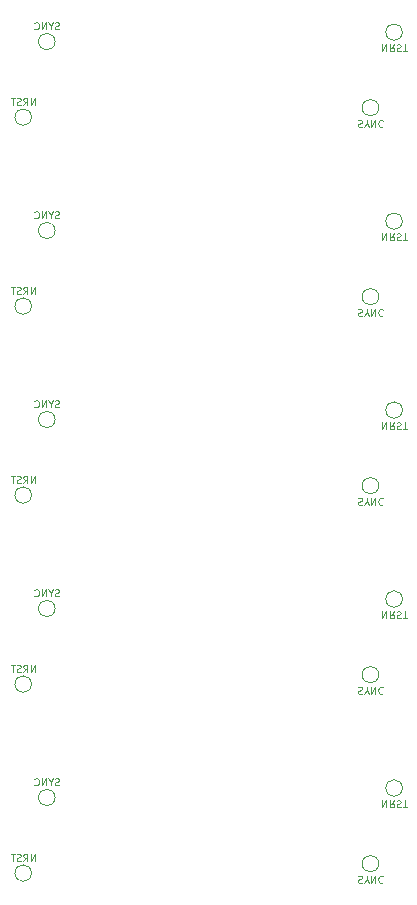
<source format=gbr>
%TF.GenerationSoftware,KiCad,Pcbnew,(5.99.0-10613-g4d227d2d2b)*%
%TF.CreationDate,2021-05-26T08:20:36+03:00*%
%TF.ProjectId,stm32_ds2480_emu_panel,73746d33-325f-4647-9332-3438305f656d,rev?*%
%TF.SameCoordinates,Original*%
%TF.FileFunction,Legend,Bot*%
%TF.FilePolarity,Positive*%
%FSLAX46Y46*%
G04 Gerber Fmt 4.6, Leading zero omitted, Abs format (unit mm)*
G04 Created by KiCad (PCBNEW (5.99.0-10613-g4d227d2d2b)) date 2021-05-26 08:20:36*
%MOMM*%
%LPD*%
G01*
G04 APERTURE LIST*
%ADD10C,0.100000*%
%ADD11C,0.120000*%
G04 APERTURE END LIST*
D10*
%TO.C,TP1*%
X80157151Y-101857166D02*
X80242866Y-101828595D01*
X80385723Y-101828595D01*
X80442866Y-101857166D01*
X80471437Y-101885738D01*
X80500009Y-101942881D01*
X80500009Y-102000024D01*
X80471437Y-102057166D01*
X80442866Y-102085738D01*
X80385723Y-102114309D01*
X80271437Y-102142881D01*
X80214294Y-102171452D01*
X80185723Y-102200024D01*
X80157151Y-102257166D01*
X80157151Y-102314309D01*
X80185723Y-102371452D01*
X80214294Y-102400024D01*
X80271437Y-102428595D01*
X80414294Y-102428595D01*
X80500009Y-102400024D01*
X80871437Y-102114309D02*
X80871437Y-101828595D01*
X80671437Y-102428595D02*
X80871437Y-102114309D01*
X81071437Y-102428595D01*
X81271437Y-101828595D02*
X81271437Y-102428595D01*
X81614294Y-101828595D01*
X81614294Y-102428595D01*
X82242866Y-101885738D02*
X82214294Y-101857166D01*
X82128580Y-101828595D01*
X82071437Y-101828595D01*
X81985723Y-101857166D01*
X81928580Y-101914309D01*
X81900009Y-101971452D01*
X81871437Y-102085738D01*
X81871437Y-102171452D01*
X81900009Y-102285738D01*
X81928580Y-102342881D01*
X81985723Y-102400024D01*
X82071437Y-102428595D01*
X82128580Y-102428595D01*
X82214294Y-102400024D01*
X82242866Y-102371452D01*
X80157151Y-85857159D02*
X80242866Y-85828588D01*
X80385723Y-85828588D01*
X80442866Y-85857159D01*
X80471437Y-85885731D01*
X80500009Y-85942874D01*
X80500009Y-86000017D01*
X80471437Y-86057159D01*
X80442866Y-86085731D01*
X80385723Y-86114302D01*
X80271437Y-86142874D01*
X80214294Y-86171445D01*
X80185723Y-86200017D01*
X80157151Y-86257159D01*
X80157151Y-86314302D01*
X80185723Y-86371445D01*
X80214294Y-86400017D01*
X80271437Y-86428588D01*
X80414294Y-86428588D01*
X80500009Y-86400017D01*
X80871437Y-86114302D02*
X80871437Y-85828588D01*
X80671437Y-86428588D02*
X80871437Y-86114302D01*
X81071437Y-86428588D01*
X81271437Y-85828588D02*
X81271437Y-86428588D01*
X81614294Y-85828588D01*
X81614294Y-86428588D01*
X82242866Y-85885731D02*
X82214294Y-85857159D01*
X82128580Y-85828588D01*
X82071437Y-85828588D01*
X81985723Y-85857159D01*
X81928580Y-85914302D01*
X81900009Y-85971445D01*
X81871437Y-86085731D01*
X81871437Y-86171445D01*
X81900009Y-86285731D01*
X81928580Y-86342874D01*
X81985723Y-86400017D01*
X82071437Y-86428588D01*
X82128580Y-86428588D01*
X82214294Y-86400017D01*
X82242866Y-86371445D01*
X54842854Y-94142875D02*
X54757139Y-94171446D01*
X54614282Y-94171446D01*
X54557139Y-94142875D01*
X54528568Y-94114303D01*
X54499997Y-94057160D01*
X54499997Y-94000018D01*
X54528568Y-93942875D01*
X54557139Y-93914303D01*
X54614282Y-93885732D01*
X54728568Y-93857160D01*
X54785711Y-93828589D01*
X54814282Y-93800018D01*
X54842854Y-93742875D01*
X54842854Y-93685732D01*
X54814282Y-93628589D01*
X54785711Y-93600018D01*
X54728568Y-93571446D01*
X54585711Y-93571446D01*
X54499997Y-93600018D01*
X54128568Y-93885732D02*
X54128568Y-94171446D01*
X54328568Y-93571446D02*
X54128568Y-93885732D01*
X53928568Y-93571446D01*
X53728568Y-94171446D02*
X53728568Y-93571446D01*
X53385711Y-94171446D01*
X53385711Y-93571446D01*
X52757139Y-94114303D02*
X52785711Y-94142875D01*
X52871425Y-94171446D01*
X52928568Y-94171446D01*
X53014282Y-94142875D01*
X53071425Y-94085732D01*
X53099997Y-94028589D01*
X53128568Y-93914303D01*
X53128568Y-93828589D01*
X53099997Y-93714303D01*
X53071425Y-93657160D01*
X53014282Y-93600018D01*
X52928568Y-93571446D01*
X52871425Y-93571446D01*
X52785711Y-93600018D01*
X52757139Y-93628589D01*
X54842854Y-62142861D02*
X54757139Y-62171432D01*
X54614282Y-62171432D01*
X54557139Y-62142861D01*
X54528568Y-62114289D01*
X54499997Y-62057146D01*
X54499997Y-62000004D01*
X54528568Y-61942861D01*
X54557139Y-61914289D01*
X54614282Y-61885718D01*
X54728568Y-61857146D01*
X54785711Y-61828575D01*
X54814282Y-61800004D01*
X54842854Y-61742861D01*
X54842854Y-61685718D01*
X54814282Y-61628575D01*
X54785711Y-61600004D01*
X54728568Y-61571432D01*
X54585711Y-61571432D01*
X54499997Y-61600004D01*
X54128568Y-61885718D02*
X54128568Y-62171432D01*
X54328568Y-61571432D02*
X54128568Y-61885718D01*
X53928568Y-61571432D01*
X53728568Y-62171432D02*
X53728568Y-61571432D01*
X53385711Y-62171432D01*
X53385711Y-61571432D01*
X52757139Y-62114289D02*
X52785711Y-62142861D01*
X52871425Y-62171432D01*
X52928568Y-62171432D01*
X53014282Y-62142861D01*
X53071425Y-62085718D01*
X53099997Y-62028575D01*
X53128568Y-61914289D01*
X53128568Y-61828575D01*
X53099997Y-61714289D01*
X53071425Y-61657146D01*
X53014282Y-61600004D01*
X52928568Y-61571432D01*
X52871425Y-61571432D01*
X52785711Y-61600004D01*
X52757139Y-61628575D01*
X80157151Y-69857152D02*
X80242866Y-69828581D01*
X80385723Y-69828581D01*
X80442866Y-69857152D01*
X80471437Y-69885724D01*
X80500009Y-69942867D01*
X80500009Y-70000010D01*
X80471437Y-70057152D01*
X80442866Y-70085724D01*
X80385723Y-70114295D01*
X80271437Y-70142867D01*
X80214294Y-70171438D01*
X80185723Y-70200010D01*
X80157151Y-70257152D01*
X80157151Y-70314295D01*
X80185723Y-70371438D01*
X80214294Y-70400010D01*
X80271437Y-70428581D01*
X80414294Y-70428581D01*
X80500009Y-70400010D01*
X80871437Y-70114295D02*
X80871437Y-69828581D01*
X80671437Y-70428581D02*
X80871437Y-70114295D01*
X81071437Y-70428581D01*
X81271437Y-69828581D02*
X81271437Y-70428581D01*
X81614294Y-69828581D01*
X81614294Y-70428581D01*
X82242866Y-69885724D02*
X82214294Y-69857152D01*
X82128580Y-69828581D01*
X82071437Y-69828581D01*
X81985723Y-69857152D01*
X81928580Y-69914295D01*
X81900009Y-69971438D01*
X81871437Y-70085724D01*
X81871437Y-70171438D01*
X81900009Y-70285724D01*
X81928580Y-70342867D01*
X81985723Y-70400010D01*
X82071437Y-70428581D01*
X82128580Y-70428581D01*
X82214294Y-70400010D01*
X82242866Y-70371438D01*
%TO.C,TP2*%
X52785711Y-84571439D02*
X52785711Y-83971439D01*
X52442854Y-84571439D01*
X52442854Y-83971439D01*
X51814282Y-84571439D02*
X52014282Y-84285725D01*
X52157139Y-84571439D02*
X52157139Y-83971439D01*
X51928568Y-83971439D01*
X51871425Y-84000011D01*
X51842854Y-84028582D01*
X51814282Y-84085725D01*
X51814282Y-84171439D01*
X51842854Y-84228582D01*
X51871425Y-84257153D01*
X51928568Y-84285725D01*
X52157139Y-84285725D01*
X51585711Y-84542868D02*
X51499997Y-84571439D01*
X51357139Y-84571439D01*
X51299997Y-84542868D01*
X51271425Y-84514296D01*
X51242854Y-84457153D01*
X51242854Y-84400011D01*
X51271425Y-84342868D01*
X51299997Y-84314296D01*
X51357139Y-84285725D01*
X51471425Y-84257153D01*
X51528568Y-84228582D01*
X51557139Y-84200011D01*
X51585711Y-84142868D01*
X51585711Y-84085725D01*
X51557139Y-84028582D01*
X51528568Y-84000011D01*
X51471425Y-83971439D01*
X51328568Y-83971439D01*
X51242854Y-84000011D01*
X51071425Y-83971439D02*
X50728568Y-83971439D01*
X50899997Y-84571439D02*
X50899997Y-83971439D01*
%TO.C,TP1*%
X54842854Y-110142882D02*
X54757139Y-110171453D01*
X54614282Y-110171453D01*
X54557139Y-110142882D01*
X54528568Y-110114310D01*
X54499997Y-110057167D01*
X54499997Y-110000025D01*
X54528568Y-109942882D01*
X54557139Y-109914310D01*
X54614282Y-109885739D01*
X54728568Y-109857167D01*
X54785711Y-109828596D01*
X54814282Y-109800025D01*
X54842854Y-109742882D01*
X54842854Y-109685739D01*
X54814282Y-109628596D01*
X54785711Y-109600025D01*
X54728568Y-109571453D01*
X54585711Y-109571453D01*
X54499997Y-109600025D01*
X54128568Y-109885739D02*
X54128568Y-110171453D01*
X54328568Y-109571453D02*
X54128568Y-109885739D01*
X53928568Y-109571453D01*
X53728568Y-110171453D02*
X53728568Y-109571453D01*
X53385711Y-110171453D01*
X53385711Y-109571453D01*
X52757139Y-110114310D02*
X52785711Y-110142882D01*
X52871425Y-110171453D01*
X52928568Y-110171453D01*
X53014282Y-110142882D01*
X53071425Y-110085739D01*
X53099997Y-110028596D01*
X53128568Y-109914310D01*
X53128568Y-109828596D01*
X53099997Y-109714310D01*
X53071425Y-109657167D01*
X53014282Y-109600025D01*
X52928568Y-109571453D01*
X52871425Y-109571453D01*
X52785711Y-109600025D01*
X52757139Y-109628596D01*
%TO.C,TP2*%
X82214294Y-47428574D02*
X82214294Y-48028574D01*
X82557151Y-47428574D01*
X82557151Y-48028574D01*
X83185723Y-47428574D02*
X82985723Y-47714288D01*
X82842866Y-47428574D02*
X82842866Y-48028574D01*
X83071437Y-48028574D01*
X83128580Y-48000003D01*
X83157151Y-47971431D01*
X83185723Y-47914288D01*
X83185723Y-47828574D01*
X83157151Y-47771431D01*
X83128580Y-47742860D01*
X83071437Y-47714288D01*
X82842866Y-47714288D01*
X83414294Y-47457145D02*
X83500009Y-47428574D01*
X83642866Y-47428574D01*
X83700009Y-47457145D01*
X83728580Y-47485717D01*
X83757151Y-47542860D01*
X83757151Y-47600003D01*
X83728580Y-47657145D01*
X83700009Y-47685717D01*
X83642866Y-47714288D01*
X83528580Y-47742860D01*
X83471437Y-47771431D01*
X83442866Y-47800003D01*
X83414294Y-47857145D01*
X83414294Y-47914288D01*
X83442866Y-47971431D01*
X83471437Y-48000003D01*
X83528580Y-48028574D01*
X83671437Y-48028574D01*
X83757151Y-48000003D01*
X83928580Y-48028574D02*
X84271437Y-48028574D01*
X84100009Y-47428574D02*
X84100009Y-48028574D01*
X52785711Y-52571425D02*
X52785711Y-51971425D01*
X52442854Y-52571425D01*
X52442854Y-51971425D01*
X51814282Y-52571425D02*
X52014282Y-52285711D01*
X52157139Y-52571425D02*
X52157139Y-51971425D01*
X51928568Y-51971425D01*
X51871425Y-51999997D01*
X51842854Y-52028568D01*
X51814282Y-52085711D01*
X51814282Y-52171425D01*
X51842854Y-52228568D01*
X51871425Y-52257139D01*
X51928568Y-52285711D01*
X52157139Y-52285711D01*
X51585711Y-52542854D02*
X51499997Y-52571425D01*
X51357139Y-52571425D01*
X51299997Y-52542854D01*
X51271425Y-52514282D01*
X51242854Y-52457139D01*
X51242854Y-52399997D01*
X51271425Y-52342854D01*
X51299997Y-52314282D01*
X51357139Y-52285711D01*
X51471425Y-52257139D01*
X51528568Y-52228568D01*
X51557139Y-52199997D01*
X51585711Y-52142854D01*
X51585711Y-52085711D01*
X51557139Y-52028568D01*
X51528568Y-51999997D01*
X51471425Y-51971425D01*
X51328568Y-51971425D01*
X51242854Y-51999997D01*
X51071425Y-51971425D02*
X50728568Y-51971425D01*
X50899997Y-52571425D02*
X50899997Y-51971425D01*
%TO.C,TP1*%
X80157151Y-117857173D02*
X80242866Y-117828602D01*
X80385723Y-117828602D01*
X80442866Y-117857173D01*
X80471437Y-117885745D01*
X80500009Y-117942888D01*
X80500009Y-118000031D01*
X80471437Y-118057173D01*
X80442866Y-118085745D01*
X80385723Y-118114316D01*
X80271437Y-118142888D01*
X80214294Y-118171459D01*
X80185723Y-118200031D01*
X80157151Y-118257173D01*
X80157151Y-118314316D01*
X80185723Y-118371459D01*
X80214294Y-118400031D01*
X80271437Y-118428602D01*
X80414294Y-118428602D01*
X80500009Y-118400031D01*
X80871437Y-118114316D02*
X80871437Y-117828602D01*
X80671437Y-118428602D02*
X80871437Y-118114316D01*
X81071437Y-118428602D01*
X81271437Y-117828602D02*
X81271437Y-118428602D01*
X81614294Y-117828602D01*
X81614294Y-118428602D01*
X82242866Y-117885745D02*
X82214294Y-117857173D01*
X82128580Y-117828602D01*
X82071437Y-117828602D01*
X81985723Y-117857173D01*
X81928580Y-117914316D01*
X81900009Y-117971459D01*
X81871437Y-118085745D01*
X81871437Y-118171459D01*
X81900009Y-118285745D01*
X81928580Y-118342888D01*
X81985723Y-118400031D01*
X82071437Y-118428602D01*
X82128580Y-118428602D01*
X82214294Y-118400031D01*
X82242866Y-118371459D01*
X80157151Y-53857145D02*
X80242866Y-53828574D01*
X80385723Y-53828574D01*
X80442866Y-53857145D01*
X80471437Y-53885717D01*
X80500009Y-53942860D01*
X80500009Y-54000003D01*
X80471437Y-54057145D01*
X80442866Y-54085717D01*
X80385723Y-54114288D01*
X80271437Y-54142860D01*
X80214294Y-54171431D01*
X80185723Y-54200003D01*
X80157151Y-54257145D01*
X80157151Y-54314288D01*
X80185723Y-54371431D01*
X80214294Y-54400003D01*
X80271437Y-54428574D01*
X80414294Y-54428574D01*
X80500009Y-54400003D01*
X80871437Y-54114288D02*
X80871437Y-53828574D01*
X80671437Y-54428574D02*
X80871437Y-54114288D01*
X81071437Y-54428574D01*
X81271437Y-53828574D02*
X81271437Y-54428574D01*
X81614294Y-53828574D01*
X81614294Y-54428574D01*
X82242866Y-53885717D02*
X82214294Y-53857145D01*
X82128580Y-53828574D01*
X82071437Y-53828574D01*
X81985723Y-53857145D01*
X81928580Y-53914288D01*
X81900009Y-53971431D01*
X81871437Y-54085717D01*
X81871437Y-54171431D01*
X81900009Y-54285717D01*
X81928580Y-54342860D01*
X81985723Y-54400003D01*
X82071437Y-54428574D01*
X82128580Y-54428574D01*
X82214294Y-54400003D01*
X82242866Y-54371431D01*
%TO.C,TP2*%
X82214294Y-63428581D02*
X82214294Y-64028581D01*
X82557151Y-63428581D01*
X82557151Y-64028581D01*
X83185723Y-63428581D02*
X82985723Y-63714295D01*
X82842866Y-63428581D02*
X82842866Y-64028581D01*
X83071437Y-64028581D01*
X83128580Y-64000010D01*
X83157151Y-63971438D01*
X83185723Y-63914295D01*
X83185723Y-63828581D01*
X83157151Y-63771438D01*
X83128580Y-63742867D01*
X83071437Y-63714295D01*
X82842866Y-63714295D01*
X83414294Y-63457152D02*
X83500009Y-63428581D01*
X83642866Y-63428581D01*
X83700009Y-63457152D01*
X83728580Y-63485724D01*
X83757151Y-63542867D01*
X83757151Y-63600010D01*
X83728580Y-63657152D01*
X83700009Y-63685724D01*
X83642866Y-63714295D01*
X83528580Y-63742867D01*
X83471437Y-63771438D01*
X83442866Y-63800010D01*
X83414294Y-63857152D01*
X83414294Y-63914295D01*
X83442866Y-63971438D01*
X83471437Y-64000010D01*
X83528580Y-64028581D01*
X83671437Y-64028581D01*
X83757151Y-64000010D01*
X83928580Y-64028581D02*
X84271437Y-64028581D01*
X84100009Y-63428581D02*
X84100009Y-64028581D01*
X52785711Y-68571432D02*
X52785711Y-67971432D01*
X52442854Y-68571432D01*
X52442854Y-67971432D01*
X51814282Y-68571432D02*
X52014282Y-68285718D01*
X52157139Y-68571432D02*
X52157139Y-67971432D01*
X51928568Y-67971432D01*
X51871425Y-68000004D01*
X51842854Y-68028575D01*
X51814282Y-68085718D01*
X51814282Y-68171432D01*
X51842854Y-68228575D01*
X51871425Y-68257146D01*
X51928568Y-68285718D01*
X52157139Y-68285718D01*
X51585711Y-68542861D02*
X51499997Y-68571432D01*
X51357139Y-68571432D01*
X51299997Y-68542861D01*
X51271425Y-68514289D01*
X51242854Y-68457146D01*
X51242854Y-68400004D01*
X51271425Y-68342861D01*
X51299997Y-68314289D01*
X51357139Y-68285718D01*
X51471425Y-68257146D01*
X51528568Y-68228575D01*
X51557139Y-68200004D01*
X51585711Y-68142861D01*
X51585711Y-68085718D01*
X51557139Y-68028575D01*
X51528568Y-68000004D01*
X51471425Y-67971432D01*
X51328568Y-67971432D01*
X51242854Y-68000004D01*
X51071425Y-67971432D02*
X50728568Y-67971432D01*
X50899997Y-68571432D02*
X50899997Y-67971432D01*
X82214294Y-95428595D02*
X82214294Y-96028595D01*
X82557151Y-95428595D01*
X82557151Y-96028595D01*
X83185723Y-95428595D02*
X82985723Y-95714309D01*
X82842866Y-95428595D02*
X82842866Y-96028595D01*
X83071437Y-96028595D01*
X83128580Y-96000024D01*
X83157151Y-95971452D01*
X83185723Y-95914309D01*
X83185723Y-95828595D01*
X83157151Y-95771452D01*
X83128580Y-95742881D01*
X83071437Y-95714309D01*
X82842866Y-95714309D01*
X83414294Y-95457166D02*
X83500009Y-95428595D01*
X83642866Y-95428595D01*
X83700009Y-95457166D01*
X83728580Y-95485738D01*
X83757151Y-95542881D01*
X83757151Y-95600024D01*
X83728580Y-95657166D01*
X83700009Y-95685738D01*
X83642866Y-95714309D01*
X83528580Y-95742881D01*
X83471437Y-95771452D01*
X83442866Y-95800024D01*
X83414294Y-95857166D01*
X83414294Y-95914309D01*
X83442866Y-95971452D01*
X83471437Y-96000024D01*
X83528580Y-96028595D01*
X83671437Y-96028595D01*
X83757151Y-96000024D01*
X83928580Y-96028595D02*
X84271437Y-96028595D01*
X84100009Y-95428595D02*
X84100009Y-96028595D01*
X82214294Y-79428588D02*
X82214294Y-80028588D01*
X82557151Y-79428588D01*
X82557151Y-80028588D01*
X83185723Y-79428588D02*
X82985723Y-79714302D01*
X82842866Y-79428588D02*
X82842866Y-80028588D01*
X83071437Y-80028588D01*
X83128580Y-80000017D01*
X83157151Y-79971445D01*
X83185723Y-79914302D01*
X83185723Y-79828588D01*
X83157151Y-79771445D01*
X83128580Y-79742874D01*
X83071437Y-79714302D01*
X82842866Y-79714302D01*
X83414294Y-79457159D02*
X83500009Y-79428588D01*
X83642866Y-79428588D01*
X83700009Y-79457159D01*
X83728580Y-79485731D01*
X83757151Y-79542874D01*
X83757151Y-79600017D01*
X83728580Y-79657159D01*
X83700009Y-79685731D01*
X83642866Y-79714302D01*
X83528580Y-79742874D01*
X83471437Y-79771445D01*
X83442866Y-79800017D01*
X83414294Y-79857159D01*
X83414294Y-79914302D01*
X83442866Y-79971445D01*
X83471437Y-80000017D01*
X83528580Y-80028588D01*
X83671437Y-80028588D01*
X83757151Y-80000017D01*
X83928580Y-80028588D02*
X84271437Y-80028588D01*
X84100009Y-79428588D02*
X84100009Y-80028588D01*
%TO.C,TP1*%
X54842854Y-78142868D02*
X54757139Y-78171439D01*
X54614282Y-78171439D01*
X54557139Y-78142868D01*
X54528568Y-78114296D01*
X54499997Y-78057153D01*
X54499997Y-78000011D01*
X54528568Y-77942868D01*
X54557139Y-77914296D01*
X54614282Y-77885725D01*
X54728568Y-77857153D01*
X54785711Y-77828582D01*
X54814282Y-77800011D01*
X54842854Y-77742868D01*
X54842854Y-77685725D01*
X54814282Y-77628582D01*
X54785711Y-77600011D01*
X54728568Y-77571439D01*
X54585711Y-77571439D01*
X54499997Y-77600011D01*
X54128568Y-77885725D02*
X54128568Y-78171439D01*
X54328568Y-77571439D02*
X54128568Y-77885725D01*
X53928568Y-77571439D01*
X53728568Y-78171439D02*
X53728568Y-77571439D01*
X53385711Y-78171439D01*
X53385711Y-77571439D01*
X52757139Y-78114296D02*
X52785711Y-78142868D01*
X52871425Y-78171439D01*
X52928568Y-78171439D01*
X53014282Y-78142868D01*
X53071425Y-78085725D01*
X53099997Y-78028582D01*
X53128568Y-77914296D01*
X53128568Y-77828582D01*
X53099997Y-77714296D01*
X53071425Y-77657153D01*
X53014282Y-77600011D01*
X52928568Y-77571439D01*
X52871425Y-77571439D01*
X52785711Y-77600011D01*
X52757139Y-77628582D01*
X54842854Y-46142854D02*
X54757139Y-46171425D01*
X54614282Y-46171425D01*
X54557139Y-46142854D01*
X54528568Y-46114282D01*
X54499997Y-46057139D01*
X54499997Y-45999997D01*
X54528568Y-45942854D01*
X54557139Y-45914282D01*
X54614282Y-45885711D01*
X54728568Y-45857139D01*
X54785711Y-45828568D01*
X54814282Y-45799997D01*
X54842854Y-45742854D01*
X54842854Y-45685711D01*
X54814282Y-45628568D01*
X54785711Y-45599997D01*
X54728568Y-45571425D01*
X54585711Y-45571425D01*
X54499997Y-45599997D01*
X54128568Y-45885711D02*
X54128568Y-46171425D01*
X54328568Y-45571425D02*
X54128568Y-45885711D01*
X53928568Y-45571425D01*
X53728568Y-46171425D02*
X53728568Y-45571425D01*
X53385711Y-46171425D01*
X53385711Y-45571425D01*
X52757139Y-46114282D02*
X52785711Y-46142854D01*
X52871425Y-46171425D01*
X52928568Y-46171425D01*
X53014282Y-46142854D01*
X53071425Y-46085711D01*
X53099997Y-46028568D01*
X53128568Y-45914282D01*
X53128568Y-45828568D01*
X53099997Y-45714282D01*
X53071425Y-45657139D01*
X53014282Y-45599997D01*
X52928568Y-45571425D01*
X52871425Y-45571425D01*
X52785711Y-45599997D01*
X52757139Y-45628568D01*
%TO.C,TP2*%
X52785711Y-116571453D02*
X52785711Y-115971453D01*
X52442854Y-116571453D01*
X52442854Y-115971453D01*
X51814282Y-116571453D02*
X52014282Y-116285739D01*
X52157139Y-116571453D02*
X52157139Y-115971453D01*
X51928568Y-115971453D01*
X51871425Y-116000025D01*
X51842854Y-116028596D01*
X51814282Y-116085739D01*
X51814282Y-116171453D01*
X51842854Y-116228596D01*
X51871425Y-116257167D01*
X51928568Y-116285739D01*
X52157139Y-116285739D01*
X51585711Y-116542882D02*
X51499997Y-116571453D01*
X51357139Y-116571453D01*
X51299997Y-116542882D01*
X51271425Y-116514310D01*
X51242854Y-116457167D01*
X51242854Y-116400025D01*
X51271425Y-116342882D01*
X51299997Y-116314310D01*
X51357139Y-116285739D01*
X51471425Y-116257167D01*
X51528568Y-116228596D01*
X51557139Y-116200025D01*
X51585711Y-116142882D01*
X51585711Y-116085739D01*
X51557139Y-116028596D01*
X51528568Y-116000025D01*
X51471425Y-115971453D01*
X51328568Y-115971453D01*
X51242854Y-116000025D01*
X51071425Y-115971453D02*
X50728568Y-115971453D01*
X50899997Y-116571453D02*
X50899997Y-115971453D01*
X52785711Y-100571446D02*
X52785711Y-99971446D01*
X52442854Y-100571446D01*
X52442854Y-99971446D01*
X51814282Y-100571446D02*
X52014282Y-100285732D01*
X52157139Y-100571446D02*
X52157139Y-99971446D01*
X51928568Y-99971446D01*
X51871425Y-100000018D01*
X51842854Y-100028589D01*
X51814282Y-100085732D01*
X51814282Y-100171446D01*
X51842854Y-100228589D01*
X51871425Y-100257160D01*
X51928568Y-100285732D01*
X52157139Y-100285732D01*
X51585711Y-100542875D02*
X51499997Y-100571446D01*
X51357139Y-100571446D01*
X51299997Y-100542875D01*
X51271425Y-100514303D01*
X51242854Y-100457160D01*
X51242854Y-100400018D01*
X51271425Y-100342875D01*
X51299997Y-100314303D01*
X51357139Y-100285732D01*
X51471425Y-100257160D01*
X51528568Y-100228589D01*
X51557139Y-100200018D01*
X51585711Y-100142875D01*
X51585711Y-100085732D01*
X51557139Y-100028589D01*
X51528568Y-100000018D01*
X51471425Y-99971446D01*
X51328568Y-99971446D01*
X51242854Y-100000018D01*
X51071425Y-99971446D02*
X50728568Y-99971446D01*
X50899997Y-100571446D02*
X50899997Y-99971446D01*
X82214294Y-111428602D02*
X82214294Y-112028602D01*
X82557151Y-111428602D01*
X82557151Y-112028602D01*
X83185723Y-111428602D02*
X82985723Y-111714316D01*
X82842866Y-111428602D02*
X82842866Y-112028602D01*
X83071437Y-112028602D01*
X83128580Y-112000031D01*
X83157151Y-111971459D01*
X83185723Y-111914316D01*
X83185723Y-111828602D01*
X83157151Y-111771459D01*
X83128580Y-111742888D01*
X83071437Y-111714316D01*
X82842866Y-111714316D01*
X83414294Y-111457173D02*
X83500009Y-111428602D01*
X83642866Y-111428602D01*
X83700009Y-111457173D01*
X83728580Y-111485745D01*
X83757151Y-111542888D01*
X83757151Y-111600031D01*
X83728580Y-111657173D01*
X83700009Y-111685745D01*
X83642866Y-111714316D01*
X83528580Y-111742888D01*
X83471437Y-111771459D01*
X83442866Y-111800031D01*
X83414294Y-111857173D01*
X83414294Y-111914316D01*
X83442866Y-111971459D01*
X83471437Y-112000031D01*
X83528580Y-112028602D01*
X83671437Y-112028602D01*
X83757151Y-112000031D01*
X83928580Y-112028602D02*
X84271437Y-112028602D01*
X84100009Y-111428602D02*
X84100009Y-112028602D01*
D11*
%TO.C,TP1*%
X81900009Y-100800024D02*
G75*
G03*
X81900009Y-100800024I-700000J0D01*
G01*
X81900009Y-84800017D02*
G75*
G03*
X81900009Y-84800017I-700000J0D01*
G01*
X54499997Y-95200018D02*
G75*
G03*
X54499997Y-95200018I-700000J0D01*
G01*
X54499997Y-63200004D02*
G75*
G03*
X54499997Y-63200004I-700000J0D01*
G01*
X81900009Y-68800010D02*
G75*
G03*
X81900009Y-68800010I-700000J0D01*
G01*
%TO.C,TP2*%
X52499997Y-85600011D02*
G75*
G03*
X52499997Y-85600011I-700000J0D01*
G01*
%TO.C,TP1*%
X54499997Y-111200025D02*
G75*
G03*
X54499997Y-111200025I-700000J0D01*
G01*
%TO.C,TP2*%
X83900009Y-46400003D02*
G75*
G03*
X83900009Y-46400003I-700000J0D01*
G01*
X52499997Y-53599997D02*
G75*
G03*
X52499997Y-53599997I-700000J0D01*
G01*
%TO.C,TP1*%
X81900009Y-116800031D02*
G75*
G03*
X81900009Y-116800031I-700000J0D01*
G01*
X81900009Y-52800003D02*
G75*
G03*
X81900009Y-52800003I-700000J0D01*
G01*
%TO.C,TP2*%
X83900009Y-62400010D02*
G75*
G03*
X83900009Y-62400010I-700000J0D01*
G01*
X52499997Y-69600004D02*
G75*
G03*
X52499997Y-69600004I-700000J0D01*
G01*
X83900009Y-94400024D02*
G75*
G03*
X83900009Y-94400024I-700000J0D01*
G01*
X83900009Y-78400017D02*
G75*
G03*
X83900009Y-78400017I-700000J0D01*
G01*
%TO.C,TP1*%
X54499997Y-79200011D02*
G75*
G03*
X54499997Y-79200011I-700000J0D01*
G01*
X54499997Y-47199997D02*
G75*
G03*
X54499997Y-47199997I-700000J0D01*
G01*
%TO.C,TP2*%
X52499997Y-117600025D02*
G75*
G03*
X52499997Y-117600025I-700000J0D01*
G01*
X52499997Y-101600018D02*
G75*
G03*
X52499997Y-101600018I-700000J0D01*
G01*
X83900009Y-110400031D02*
G75*
G03*
X83900009Y-110400031I-700000J0D01*
G01*
%TD*%
M02*

</source>
